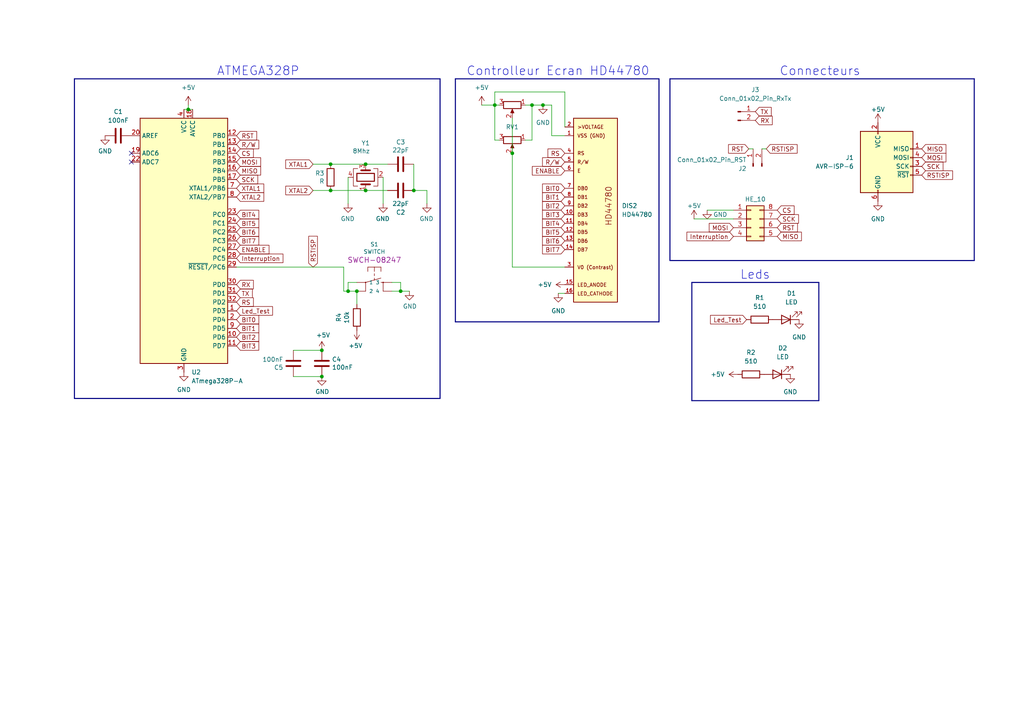
<source format=kicad_sch>
(kicad_sch (version 20230121) (generator eeschema)
  (paper "A4")
  (lib_symbols
    (symbol "+5V_1" (power) (pin_names (offset 0))
      (property "Value" "+5V_1" (at 0 3.556 0))
      (symbol "+5V_1_0_1"
        (polyline (pts (xy -0.762 1.27) (xy 0 2.54)))
        (polyline (pts (xy 0 0) (xy 0 2.54)))
        (polyline (pts (xy 0 2.54) (xy 0.762 1.27)))
      )
      (symbol "+5V_1_1_1"
        (pin power_in line (at 0 0 90) (length 0) hide (name "+5V") (number "1"))
      )
    )
    (symbol "Connector:AVR-ISP-6" (pin_names (offset 1.016))
      (property "Reference" "J" (at -6.35 11.43 0))
      (property "Value" "AVR-ISP-6" (at 0 11.43 0))
      (symbol "AVR-ISP-6_0_1"
        (rectangle (start -2.667 -6.858) (end -2.413 -7.62))
        (rectangle (start -2.667 10.16) (end -2.413 9.398))
        (rectangle (start 7.62 -2.413) (end 6.858 -2.667))
        (rectangle (start 7.62 0.127) (end 6.858 -0.127))
        (rectangle (start 7.62 2.667) (end 6.858 2.413))
        (rectangle (start 7.62 5.207) (end 6.858 4.953))
        (rectangle (start 7.62 10.16) (end -7.62 -7.62) (stroke (width 0.254)) (fill (type background)))
      )
      (symbol "AVR-ISP-6_1_1"
        (pin passive line (at 10.16 5.08 180) (length 2.54) (name "MISO") (number "1"))
        (pin passive line (at -2.54 12.7 270) (length 2.54) (name "VCC") (number "2"))
        (pin passive line (at 10.16 0 180) (length 2.54) (name "SCK") (number "3"))
        (pin passive line (at 10.16 2.54 180) (length 2.54) (name "MOSI") (number "4"))
        (pin passive line (at 10.16 -2.54 180) (length 2.54) (name "~{RST}") (number "5"))
        (pin passive line (at -2.54 -10.16 90) (length 2.54) (name "GND") (number "6"))
      )
    )
    (symbol "Connector:Conn_01x02_Pin" (pin_names (offset 1.016) hide)
      (property "Reference" "J" (at 0 2.54 0))
      (property "Value" "Conn_01x02_Pin" (at 0 -5.08 0))
      (symbol "Conn_01x02_Pin_1_1"
        (polyline (pts (xy 1.27 -2.54) (xy 0.8636 -2.54)) (stroke (width 0.1524)))
        (polyline (pts (xy 1.27 0) (xy 0.8636 0)) (stroke (width 0.1524)))
        (rectangle (start 0.8636 -2.413) (end 0 -2.667) (stroke (width 0.1524)) (fill (type outline)))
        (rectangle (start 0.8636 0.127) (end 0 -0.127) (stroke (width 0.1524)) (fill (type outline)))
        (pin passive line (at 5.08 0 180) (length 3.81) (name "Pin_1") (number "1"))
        (pin passive line (at 5.08 -2.54 180) (length 3.81) (name "Pin_2") (number "2"))
      )
    )
    (symbol "Connector_Generic:Conn_02x04_Counter_Clockwise" (pin_names (offset 1.016) hide)
      (property "Reference" "J" (at 1.27 5.08 0))
      (property "Value" "Conn_02x04_Counter_Clockwise" (at 1.27 -7.62 0))
      (symbol "Conn_02x04_Counter_Clockwise_1_1"
        (rectangle (start -1.27 -4.953) (end 0 -5.207) (stroke (width 0.1524)))
        (rectangle (start -1.27 -2.413) (end 0 -2.667) (stroke (width 0.1524)))
        (rectangle (start -1.27 0.127) (end 0 -0.127) (stroke (width 0.1524)))
        (rectangle (start -1.27 2.667) (end 0 2.413) (stroke (width 0.1524)))
        (rectangle (start -1.27 3.81) (end 3.81 -6.35) (stroke (width 0.254)) (fill (type background)))
        (rectangle (start 3.81 -4.953) (end 2.54 -5.207) (stroke (width 0.1524)))
        (rectangle (start 3.81 -2.413) (end 2.54 -2.667) (stroke (width 0.1524)))
        (rectangle (start 3.81 0.127) (end 2.54 -0.127) (stroke (width 0.1524)))
        (rectangle (start 3.81 2.667) (end 2.54 2.413) (stroke (width 0.1524)))
        (pin passive line (at -5.08 2.54 0) (length 3.81) (name "Pin_1") (number "1"))
        (pin passive line (at -5.08 0 0) (length 3.81) (name "Pin_2") (number "2"))
        (pin passive line (at -5.08 -2.54 0) (length 3.81) (name "Pin_3") (number "3"))
        (pin passive line (at -5.08 -5.08 0) (length 3.81) (name "Pin_4") (number "4"))
        (pin passive line (at 7.62 -5.08 180) (length 3.81) (name "Pin_5") (number "5"))
        (pin passive line (at 7.62 -2.54 180) (length 3.81) (name "Pin_6") (number "6"))
        (pin passive line (at 7.62 0 180) (length 3.81) (name "Pin_7") (number "7"))
        (pin passive line (at 7.62 2.54 180) (length 3.81) (name "Pin_8") (number "8"))
      )
    )
    (symbol "Device:C" (pin_numbers hide) (pin_names (offset 0.254))
      (property "Reference" "C" (at 0.635 2.54 0))
      (property "Value" "C" (at 0.635 -2.54 0))
      (symbol "C_0_1"
        (polyline (pts (xy -2.032 -0.762) (xy 2.032 -0.762)) (stroke (width 0.508)))
        (polyline (pts (xy -2.032 0.762) (xy 2.032 0.762)) (stroke (width 0.508)))
      )
      (symbol "C_1_1"
        (pin passive line (at 0 3.81 270) (length 2.794) (name "~") (number "1"))
        (pin passive line (at 0 -3.81 90) (length 2.794) (name "~") (number "2"))
      )
    )
    (symbol "Device:Crystal_GND24" (pin_names (offset 1.016) hide)
      (property "Reference" "Y" (at 3.175 5.08 0))
      (property "Value" "Crystal_GND24" (at 3.175 3.175 0))
      (symbol "Crystal_GND24_0_1"
        (rectangle (start -1.143 2.54) (end 1.143 -2.54) (stroke (width 0.3048)))
        (polyline (pts (xy -2.54 0) (xy -2.032 0)))
        (polyline (pts (xy -2.032 -1.27) (xy -2.032 1.27)) (stroke (width 0.508)))
        (polyline (pts (xy 0 -3.81) (xy 0 -3.556)))
        (polyline (pts (xy 0 3.556) (xy 0 3.81)))
        (polyline (pts (xy 2.032 -1.27) (xy 2.032 1.27)) (stroke (width 0.508)))
        (polyline (pts (xy 2.032 0) (xy 2.54 0)))
        (polyline (pts (xy -2.54 -2.286) (xy -2.54 -3.556) (xy 2.54 -3.556) (xy 2.54 -2.286)))
        (polyline (pts (xy -2.54 2.286) (xy -2.54 3.556) (xy 2.54 3.556) (xy 2.54 2.286)))
      )
      (symbol "Crystal_GND24_1_1"
        (pin passive line (at -3.81 0 0) (length 1.27) (name "1") (number "1"))
        (pin passive line (at 0 5.08 270) (length 1.27) (name "2") (number "2"))
        (pin passive line (at 3.81 0 180) (length 1.27) (name "3") (number "3"))
        (pin passive line (at 0 -5.08 90) (length 1.27) (name "4") (number "4"))
      )
    )
    (symbol "Device:LED" (pin_numbers hide) (pin_names (offset 1.016) hide)
      (property "Reference" "D" (at 0 2.54 0))
      (property "Value" "LED" (at 0 -2.54 0))
      (symbol "LED_0_1"
        (polyline (pts (xy -1.27 -1.27) (xy -1.27 1.27)) (stroke (width 0.254)))
        (polyline (pts (xy -1.27 0) (xy 1.27 0)))
        (polyline (pts (xy 1.27 -1.27) (xy 1.27 1.27) (xy -1.27 0) (xy 1.27 -1.27)) (stroke (width 0.254)))
        (polyline (pts (xy -3.048 -0.762) (xy -4.572 -2.286) (xy -3.81 -2.286) (xy -4.572 -2.286) (xy -4.572 -1.524)))
        (polyline (pts (xy -1.778 -0.762) (xy -3.302 -2.286) (xy -2.54 -2.286) (xy -3.302 -2.286) (xy -3.302 -1.524)))
      )
      (symbol "LED_1_1"
        (pin passive line (at -3.81 0 0) (length 2.54) (name "K") (number "1"))
        (pin passive line (at 3.81 0 180) (length 2.54) (name "A") (number "2"))
      )
    )
    (symbol "Device:R" (pin_numbers hide) (pin_names (offset 0))
      (property "Reference" "R" (at 2.032 0 90))
      (property "Value" "R" (at 0 0 90))
      (symbol "R_0_1"
        (rectangle (start -1.016 -2.54) (end 1.016 2.54) (stroke (width 0.254)))
      )
      (symbol "R_1_1"
        (pin passive line (at 0 3.81 270) (length 1.27) (name "~") (number "1"))
        (pin passive line (at 0 -3.81 90) (length 1.27) (name "~") (number "2"))
      )
    )
    (symbol "Device:R_Potentiometer" (pin_names (offset 1.016) hide)
      (property "Reference" "RV" (at -4.445 0 90))
      (property "Value" "R_Potentiometer" (at -2.54 0 90))
      (symbol "R_Potentiometer_0_1"
        (polyline (pts (xy 2.54 0) (xy 1.524 0)))
        (polyline (pts (xy 1.143 0) (xy 2.286 0.508) (xy 2.286 -0.508) (xy 1.143 0)) (fill (type outline)))
        (rectangle (start 1.016 2.54) (end -1.016 -2.54) (stroke (width 0.254)))
      )
      (symbol "R_Potentiometer_1_1"
        (pin passive line (at 0 3.81 270) (length 1.27) (name "1") (number "1"))
        (pin passive line (at 3.81 0 180) (length 1.27) (name "2") (number "2"))
        (pin passive line (at 0 -3.81 90) (length 1.27) (name "3") (number "3"))
      )
    )
    (symbol "GND_1" (power) (pin_names (offset 0))
      (property "Value" "GND_1" (at 0 -3.81 0))
      (symbol "GND_1_0_1"
        (polyline (pts (xy 0 0) (xy 0 -1.27) (xy 1.27 -1.27) (xy 0 -2.54) (xy -1.27 -1.27) (xy 0 -1.27)))
      )
      (symbol "GND_1_1_1"
        (pin power_in line (at 0 0 270) (length 0) hide (name "GND") (number "1"))
      )
    )
    (symbol "GND_2" (power) (pin_names (offset 0))
      (property "Value" "GND_2" (at 0 -3.81 0))
      (symbol "GND_2_0_1"
        (polyline (pts (xy 0 0) (xy 0 -1.27) (xy 1.27 -1.27) (xy 0 -2.54) (xy -1.27 -1.27) (xy 0 -1.27)))
      )
      (symbol "GND_2_1_1"
        (pin power_in line (at 0 0 270) (length 0) hide (name "GND") (number "1"))
      )
    )
    (symbol "GND_3" (power) (pin_names (offset 0))
      (property "Value" "GND_3" (at 0 -3.81 0))
      (symbol "GND_3_0_1"
        (polyline (pts (xy 0 0) (xy 0 -1.27) (xy 1.27 -1.27) (xy 0 -2.54) (xy -1.27 -1.27) (xy 0 -1.27)))
      )
      (symbol "GND_3_1_1"
        (pin power_in line (at 0 0 270) (length 0) hide (name "GND") (number "1"))
      )
    )
    (symbol "HD44780_1" (pin_names (offset 1.016))
      (property "Reference" "DIS2" (at 13.97 -25.4 0))
      (property "Value" "HD44780" (at 13.97 -27.94 0))
      (symbol "HD44780_1_0_0"
        (rectangle (start 0 0) (end 12.7 -53.34) (stroke (width 0.254)) (fill (type background)))
        (text ">VOLTAGE" (at 1.0178 -2.5445 0) (effects (font (size 1.0178 1.0178)) (justify left)))
        (text "DB0" (at 1.0173 -20.3461 0) (effects (font (size 1.0173 1.0173)) (justify left)))
        (text "DB1" (at 1.0168 -22.8787 0) (effects (font (size 1.0168 1.0168)) (justify left)))
        (text "DB2" (at 1.0162 -25.4047 0) (effects (font (size 1.0162 1.0162)) (justify left)))
        (text "DB3" (at 1.0178 -27.9901 0) (effects (font (size 1.0178 1.0178)) (justify left)))
        (text "DB4" (at 1.0178 -30.5329 0) (effects (font (size 1.0178 1.0178)) (justify left)))
        (text "DB5" (at 1.0161 -33.0219 0) (effects (font (size 1.0161 1.0161)) (justify left)))
        (text "DB6" (at 1.017 -35.5947 0) (effects (font (size 1.017 1.017)) (justify left)))
        (text "DB7" (at 1.0168 -38.1282 0) (effects (font (size 1.0168 1.0168)) (justify left)))
        (text "E" (at 1.018 -15.2701 0) (effects (font (size 1.018 1.018)) (justify left)))
        (text "HD44780" (at 10.1674 -25.4186 900) (effects (font (size 1.6776 1.6776))))
        (text "LED_ANODE" (at 1.0175 -48.3321 0) (effects (font (size 1.0175 1.0175)) (justify left)))
        (text "LED_CATHODE" (at 1.0176 -50.8817 0) (effects (font (size 1.0176 1.0176)) (justify left)))
        (text "R/W" (at 1.0169 -12.7107 0) (effects (font (size 1.0169 1.0169)) (justify left)))
        (text "RS" (at 1.0163 -10.1627 0) (effects (font (size 1.0163 1.0163)) (justify left)))
        (text "V0 (Contrast)" (at 1.0176 -43.2498 0) (effects (font (size 1.0176 1.0176)) (justify left)))
        (text "VSS (GND)" (at 1.0161 -5.0803 0) (effects (font (size 1.0161 1.0161)) (justify left)))
      )
      (symbol "HD44780_1_1_0"
        (pin bidirectional line (at -2.54 -5.08 0) (length 2.54) (name "~") (number "1"))
        (pin bidirectional line (at -2.54 -27.94 0) (length 2.54) (name "~") (number "10"))
        (pin bidirectional line (at -2.54 -30.48 0) (length 2.54) (name "~") (number "11"))
        (pin bidirectional line (at -2.54 -33.02 0) (length 2.54) (name "~") (number "12"))
        (pin bidirectional line (at -2.54 -35.56 0) (length 2.54) (name "~") (number "13"))
        (pin bidirectional line (at -2.54 -38.1 0) (length 2.54) (name "~") (number "14"))
        (pin bidirectional line (at -2.54 -48.26 0) (length 2.54) (name "~") (number "15"))
        (pin bidirectional line (at -2.54 -50.8 0) (length 2.54) (name "~") (number "16"))
        (pin bidirectional line (at -2.54 -2.54 0) (length 2.54) (name "~") (number "2"))
        (pin bidirectional line (at -2.54 -43.18 0) (length 2.54) (name "~") (number "3"))
        (pin bidirectional line (at -2.54 -10.16 0) (length 2.54) (name "~") (number "4"))
        (pin bidirectional line (at -2.54 -12.7 0) (length 2.54) (name "~") (number "5"))
        (pin bidirectional line (at -2.54 -15.24 0) (length 2.54) (name "~") (number "6"))
        (pin bidirectional line (at -2.54 -20.32 0) (length 2.54) (name "~") (number "7"))
        (pin bidirectional line (at -2.54 -22.86 0) (length 2.54) (name "~") (number "8"))
        (pin bidirectional line (at -2.54 -25.4 0) (length 2.54) (name "~") (number "9"))
      )
    )
    (symbol "MCU_Microchip_ATmega:ATmega328P-A"
      (property "Reference" "U" (at -12.7 36.83 0))
      (property "Value" "ATmega328P-A" (at 2.54 -36.83 0))
      (symbol "ATmega328P-A_0_1"
        (rectangle (start -12.7 -35.56) (end 12.7 35.56) (stroke (width 0.254)) (fill (type background)))
      )
      (symbol "ATmega328P-A_1_1"
        (pin bidirectional line (at 15.24 -20.32 180) (length 2.54) (name "PD3") (number "1"))
        (pin bidirectional line (at 15.24 -27.94 180) (length 2.54) (name "PD6") (number "10"))
        (pin bidirectional line (at 15.24 -30.48 180) (length 2.54) (name "PD7") (number "11"))
        (pin bidirectional line (at 15.24 30.48 180) (length 2.54) (name "PB0") (number "12"))
        (pin bidirectional line (at 15.24 27.94 180) (length 2.54) (name "PB1") (number "13"))
        (pin bidirectional line (at 15.24 25.4 180) (length 2.54) (name "PB2") (number "14"))
        (pin bidirectional line (at 15.24 22.86 180) (length 2.54) (name "PB3") (number "15"))
        (pin bidirectional line (at 15.24 20.32 180) (length 2.54) (name "PB4") (number "16"))
        (pin bidirectional line (at 15.24 17.78 180) (length 2.54) (name "PB5") (number "17"))
        (pin power_in line (at 2.54 38.1 270) (length 2.54) (name "AVCC") (number "18"))
        (pin input line (at -15.24 25.4 0) (length 2.54) (name "ADC6") (number "19"))
        (pin bidirectional line (at 15.24 -22.86 180) (length 2.54) (name "PD4") (number "2"))
        (pin passive line (at -15.24 30.48 0) (length 2.54) (name "AREF") (number "20"))
        (pin passive line (at 0 -38.1 90) (length 2.54) hide (name "GND") (number "21"))
        (pin input line (at -15.24 22.86 0) (length 2.54) (name "ADC7") (number "22"))
        (pin bidirectional line (at 15.24 7.62 180) (length 2.54) (name "PC0") (number "23"))
        (pin bidirectional line (at 15.24 5.08 180) (length 2.54) (name "PC1") (number "24"))
        (pin bidirectional line (at 15.24 2.54 180) (length 2.54) (name "PC2") (number "25"))
        (pin bidirectional line (at 15.24 0 180) (length 2.54) (name "PC3") (number "26"))
        (pin bidirectional line (at 15.24 -2.54 180) (length 2.54) (name "PC4") (number "27"))
        (pin bidirectional line (at 15.24 -5.08 180) (length 2.54) (name "PC5") (number "28"))
        (pin bidirectional line (at 15.24 -7.62 180) (length 2.54) (name "~{RESET}/PC6") (number "29"))
        (pin power_in line (at 0 -38.1 90) (length 2.54) (name "GND") (number "3"))
        (pin bidirectional line (at 15.24 -12.7 180) (length 2.54) (name "PD0") (number "30"))
        (pin bidirectional line (at 15.24 -15.24 180) (length 2.54) (name "PD1") (number "31"))
        (pin bidirectional line (at 15.24 -17.78 180) (length 2.54) (name "PD2") (number "32"))
        (pin power_in line (at 0 38.1 270) (length 2.54) (name "VCC") (number "4"))
        (pin passive line (at 0 -38.1 90) (length 2.54) hide (name "GND") (number "5"))
        (pin passive line (at 0 38.1 270) (length 2.54) hide (name "VCC") (number "6"))
        (pin bidirectional line (at 15.24 15.24 180) (length 2.54) (name "XTAL1/PB6") (number "7"))
        (pin bidirectional line (at 15.24 12.7 180) (length 2.54) (name "XTAL2/PB7") (number "8"))
        (pin bidirectional line (at 15.24 -25.4 180) (length 2.54) (name "PD5") (number "9"))
      )
    )
    (symbol "MOMENTARY-SWITCH-SPST-2-SMD-5.2MM_1" (pin_numbers hide) (pin_names (offset 1.016))
      (property "Reference" "S" (at -5.08 1.27 0))
      (property "Value" "SparkFun-Switches_MOMENTARY-SWITCH-SPST-2-SMD-5.2MM" (at -5.08 -5.08 0))
      (property "Field4" "SWCH-08247" (at 0 7.62 0))
      (symbol "MOMENTARY-SWITCH-SPST-2-SMD-5.2MM_1_1_0"
        (polyline (pts (xy -2.54 -2.54) (xy -2.54 0)))
        (polyline (pts (xy -2.54 0) (xy 1.905 1.27)))
        (polyline (pts (xy -1.905 4.445) (xy -1.905 3.175)))
        (polyline (pts (xy 0 1.27) (xy 0 0.635)))
        (polyline (pts (xy 0 2.54) (xy 0 1.905)))
        (polyline (pts (xy 0 4.445) (xy -1.905 4.445)))
        (polyline (pts (xy 0 4.445) (xy 0 3.175)))
        (polyline (pts (xy 1.905 0) (xy 2.54 0)))
        (polyline (pts (xy 1.905 4.445) (xy 0 4.445)))
        (polyline (pts (xy 1.905 4.445) (xy 1.905 3.175)))
        (polyline (pts (xy 2.54 -2.54) (xy 2.54 0)))
      )
      (symbol "MOMENTARY-SWITCH-SPST-2-SMD-5.2MM_1_1_1"
        (circle (center -2.54 0) (radius 0.127) (fill (type outline)))
        (circle (center 2.54 0) (radius 0.127) (fill (type outline)))
        (pin passive line (at -5.08 0 0) (length 2.54) (name "1") (number "1"))
        (pin passive line (at -5.08 -2.54 0) (length 2.54) (name "2") (number "2"))
        (pin passive line (at 5.08 0 180) (length 2.54) (name "3") (number "3"))
        (pin passive line (at 5.08 -2.54 180) (length 2.54) (name "4") (number "4"))
      )
    )
    (symbol "power:+5V" (power) (pin_names (offset 0))
      (property "Value" "+5V" (at 0 3.556 0))
      (symbol "+5V_0_1"
        (polyline (pts (xy -0.762 1.27) (xy 0 2.54)))
        (polyline (pts (xy 0 0) (xy 0 2.54)))
        (polyline (pts (xy 0 2.54) (xy 0.762 1.27)))
      )
      (symbol "+5V_1_1"
        (pin power_in line (at 0 0 90) (length 0) hide (name "+5V") (number "1"))
      )
    )
    (symbol "power:GND" (power) (pin_names (offset 0))
      (property "Value" "GND" (at 0 -3.81 0))
      (symbol "GND_0_1"
        (polyline (pts (xy 0 0) (xy 0 -1.27) (xy 1.27 -1.27) (xy 0 -2.54) (xy -1.27 -1.27) (xy 0 -1.27)))
      )
      (symbol "GND_1_1"
        (pin power_in line (at 0 0 270) (length 0) hide (name "GND") (number "1"))
      )
    )
  )
  (junction (at 95.885 47.625))
  (junction (at 157.48 30.48))
  (junction (at 106.045 55.245))
  (junction (at 120.015 55.245))
  (junction (at 103.505 84.455))
  (junction (at 154.305 30.48))
  (junction (at 95.885 55.245))
  (junction (at 54.61 31.75))
  (junction (at 143.51 30.48))
  (junction (at 93.345 101.6))
  (junction (at 116.205 84.455))
  (junction (at 100.965 84.455))
  (junction (at 148.59 44.45))
  (junction (at 106.045 47.625))
  (junction (at 93.345 109.22))
  (no_connect (at 38.1 46.99))
  (no_connect (at 38.1 44.45))
  (wire (pts (xy 143.51 30.48) (xy 144.78 30.48)))
  (wire (pts (xy 54.61 31.75) (xy 53.34 31.75)))
  (wire (pts (xy 163.83 77.47) (xy 148.59 77.47)))
  (wire (pts (xy 100.965 51.435) (xy 100.965 59.055)))
  (wire (pts (xy 160.02 39.37) (xy 160.02 30.48)))
  (wire (pts (xy 163.83 39.37) (xy 160.02 39.37)))
  (bus (pts (xy 191.135 93.345) (xy 132.08 93.345)))
  (wire (pts (xy 144.78 40.64) (xy 143.51 40.64)))
  (bus (pts (xy 127.635 115.57) (xy 21.59 115.57)))
  (wire (pts (xy 100.965 84.455) (xy 103.505 84.455)))
  (bus (pts (xy 132.08 93.345) (xy 132.08 22.86)))
  (bus (pts (xy 132.08 22.86) (xy 191.135 22.86)))
  (wire (pts (xy 113.665 81.915) (xy 116.205 81.915)))
  (wire (pts (xy 68.58 77.47) (xy 99.695 77.47)))
  (wire (pts (xy 123.825 55.245) (xy 120.015 55.245)))
  (wire (pts (xy 139.7 30.48) (xy 143.51 30.48)))
  (wire (pts (xy 161.925 85.09) (xy 163.83 85.09)))
  (wire (pts (xy 218.44 43.18) (xy 217.17 43.18)))
  (wire (pts (xy 103.505 88.265) (xy 103.505 84.455)))
  (wire (pts (xy 111.125 59.055) (xy 111.125 51.435)))
  (wire (pts (xy 112.395 47.625) (xy 106.045 47.625)))
  (bus (pts (xy 282.575 22.86) (xy 282.575 75.565)))
  (bus (pts (xy 191.135 22.86) (xy 191.135 93.345)))
  (wire (pts (xy 113.665 84.455) (xy 116.205 84.455)))
  (wire (pts (xy 90.805 47.625) (xy 95.885 47.625)))
  (wire (pts (xy 205.105 60.96) (xy 212.725 60.96)))
  (bus (pts (xy 237.49 81.915) (xy 237.49 116.205)))
  (wire (pts (xy 154.305 40.64) (xy 154.305 30.48)))
  (wire (pts (xy 123.825 59.055) (xy 123.825 55.245)))
  (wire (pts (xy 106.045 55.245) (xy 95.885 55.245)))
  (wire (pts (xy 163.83 26.67) (xy 163.83 36.83)))
  (wire (pts (xy 90.805 55.245) (xy 95.885 55.245)))
  (wire (pts (xy 222.25 43.18) (xy 220.98 43.18)))
  (wire (pts (xy 148.59 44.45) (xy 148.59 34.29)))
  (wire (pts (xy 160.02 30.48) (xy 157.48 30.48)))
  (bus (pts (xy 21.59 22.86) (xy 21.59 115.57)))
  (wire (pts (xy 99.695 84.455) (xy 100.965 84.455)))
  (wire (pts (xy 143.51 40.64) (xy 143.51 30.48)))
  (bus (pts (xy 127.635 22.86) (xy 127.635 115.57)))
  (wire (pts (xy 106.045 47.625) (xy 95.885 47.625)))
  (wire (pts (xy 152.4 40.64) (xy 154.305 40.64)))
  (wire (pts (xy 112.395 55.245) (xy 106.045 55.245)))
  (bus (pts (xy 200.66 81.915) (xy 237.49 81.915)))
  (bus (pts (xy 194.31 22.86) (xy 282.575 22.86)))
  (wire (pts (xy 148.59 77.47) (xy 148.59 44.45)))
  (bus (pts (xy 21.59 22.86) (xy 127.635 22.86)))
  (wire (pts (xy 143.51 26.67) (xy 163.83 26.67)))
  (wire (pts (xy 85.09 101.6) (xy 93.345 101.6)))
  (wire (pts (xy 116.205 84.455) (xy 118.745 84.455)))
  (wire (pts (xy 143.51 30.48) (xy 143.51 26.67)))
  (bus (pts (xy 194.31 22.86) (xy 194.31 75.565)))
  (wire (pts (xy 99.695 77.47) (xy 99.695 84.455)))
  (wire (pts (xy 152.4 30.48) (xy 154.305 30.48)))
  (wire (pts (xy 103.505 81.915) (xy 100.965 81.915)))
  (wire (pts (xy 100.965 81.915) (xy 100.965 84.455)))
  (bus (pts (xy 282.575 75.565) (xy 194.31 75.565)))
  (bus (pts (xy 200.66 116.205) (xy 237.49 116.205)))
  (wire (pts (xy 201.295 63.5) (xy 212.725 63.5)))
  (wire (pts (xy 120.015 55.245) (xy 120.015 47.625)))
  (wire (pts (xy 85.09 109.22) (xy 93.345 109.22)))
  (wire (pts (xy 54.61 30.48) (xy 54.61 31.75)))
  (wire (pts (xy 55.88 31.75) (xy 54.61 31.75)))
  (bus (pts (xy 200.66 116.205) (xy 200.66 81.915)))
  (wire (pts (xy 154.305 30.48) (xy 157.48 30.48)))
  (wire (pts (xy 116.205 81.915) (xy 116.205 84.455)))
  (text "ATMEGA328P" (at 62.865 22.225 0) (effects (font (size 2.54 2.54)) (justify left bottom)))
  (text "Controlleur Ecran HD44780" (at 135.255 22.225 0) (effects (font (size 2.54 2.54)) (justify left bottom)))
  (text "Connecteurs" (at 226.06 22.225 0) (effects (font (size 2.54 2.54)) (justify left bottom)))
  (text "Leds" (at 214.63 81.28 0) (effects (font (size 2.54 2.54)) (justify left bottom)))
  (global_label "RS" (shape input) (at 163.83 44.45 180) (property "Intersheetrefs" "${INTERSHEET_REFS}" (effects hide)))
  (global_label "SCK" (shape input) (at 225.425 63.5 0) (property "Intersheetrefs" "${INTERSHEET_REFS}" (effects hide)))
  (global_label "TX" (shape input) (at 219.075 32.385 0) (property "Intersheetrefs" "${INTERSHEET_REFS}" (effects hide)))
  (global_label "TX" (shape input) (at 68.58 85.09 0) (property "Intersheetrefs" "${INTERSHEET_REFS}" (effects hide)))
  (global_label "BIT3" (shape input) (at 163.83 62.23 180) (property "Intersheetrefs" "${INTERSHEET_REFS}" (effects hide)))
  (global_label "BIT2" (shape input) (at 163.83 59.69 180) (property "Intersheetrefs" "${INTERSHEET_REFS}" (effects hide)))
  (global_label "XTAL2" (shape input) (at 90.805 55.245 180) (property "Intersheetrefs" "${INTERSHEET_REFS}" (effects hide)))
  (global_label "BIT6" (shape input) (at 68.58 67.31 0) (property "Intersheetrefs" "${INTERSHEET_REFS}" (effects hide)))
  (global_label "MOSI" (shape input) (at 267.335 45.72 0) (property "Intersheetrefs" "${INTERSHEET_REFS}" (effects hide)))
  (global_label "R{slash}W" (shape input) (at 163.83 46.99 180) (property "Intersheetrefs" "${INTERSHEET_REFS}" (effects hide)))
  (global_label "ENABLE" (shape input) (at 68.58 72.39 0) (property "Intersheetrefs" "${INTERSHEET_REFS}" (effects hide)))
  (global_label "RSTISP" (shape input) (at 222.25 43.18 0) (property "Intersheetrefs" "${INTERSHEET_REFS}" (effects hide)))
  (global_label "SCK" (shape input) (at 267.335 48.26 0) (property "Intersheetrefs" "${INTERSHEET_REFS}" (effects hide)))
  (global_label "BIT6" (shape input) (at 163.83 69.85 180) (property "Intersheetrefs" "${INTERSHEET_REFS}" (effects hide)))
  (global_label "Interruption" (shape input) (at 68.58 74.93 0) (property "Intersheetrefs" "${INTERSHEET_REFS}" (effects hide)))
  (global_label "Led_Test" (shape input) (at 216.535 92.71 180) (property "Intersheetrefs" "${INTERSHEET_REFS}" (effects hide)))
  (global_label "BIT7" (shape input) (at 163.83 72.39 180) (property "Intersheetrefs" "${INTERSHEET_REFS}" (effects hide)))
  (global_label "BIT5" (shape input) (at 163.83 67.31 180) (property "Intersheetrefs" "${INTERSHEET_REFS}" (effects hide)))
  (global_label "RSTISP" (shape input) (at 267.335 50.8 0) (property "Intersheetrefs" "${INTERSHEET_REFS}" (effects hide)))
  (global_label "ENABLE" (shape input) (at 163.83 49.53 180) (property "Intersheetrefs" "${INTERSHEET_REFS}" (effects hide)))
  (global_label "Interruption" (shape input) (at 212.725 68.58 180) (property "Intersheetrefs" "${INTERSHEET_REFS}" (effects hide)))
  (global_label "SCK" (shape input) (at 68.58 52.07 0) (property "Intersheetrefs" "${INTERSHEET_REFS}" (effects hide)))
  (global_label "BIT4" (shape input) (at 163.83 64.77 180) (property "Intersheetrefs" "${INTERSHEET_REFS}" (effects hide)))
  (global_label "MOSI" (shape input) (at 212.725 66.04 180) (property "Intersheetrefs" "${INTERSHEET_REFS}" (effects hide)))
  (global_label "XTAL1" (shape input) (at 68.58 54.61 0) (property "Intersheetrefs" "${INTERSHEET_REFS}" (effects hide)))
  (global_label "MOSI" (shape input) (at 68.58 46.99 0) (property "Intersheetrefs" "${INTERSHEET_REFS}" (effects hide)))
  (global_label "BIT2" (shape input) (at 68.58 97.79 0) (property "Intersheetrefs" "${INTERSHEET_REFS}" (effects hide)))
  (global_label "RST" (shape input) (at 225.425 66.04 0) (property "Intersheetrefs" "${INTERSHEET_REFS}" (effects hide)))
  (global_label "CS" (shape input) (at 225.425 60.96 0) (property "Intersheetrefs" "${INTERSHEET_REFS}" (effects hide)))
  (global_label "BIT4" (shape input) (at 68.58 62.23 0) (property "Intersheetrefs" "${INTERSHEET_REFS}" (effects hide)))
  (global_label "XTAL2" (shape input) (at 68.58 57.15 0) (property "Intersheetrefs" "${INTERSHEET_REFS}" (effects hide)))
  (global_label "RX" (shape input) (at 219.075 34.925 0) (property "Intersheetrefs" "${INTERSHEET_REFS}" (effects hide)))
  (global_label "BIT1" (shape input) (at 163.83 57.15 180) (property "Intersheetrefs" "${INTERSHEET_REFS}" (effects hide)))
  (global_label "RS" (shape input) (at 68.58 87.63 0) (property "Intersheetrefs" "${INTERSHEET_REFS}" (effects hide)))
  (global_label "CS" (shape input) (at 68.58 44.45 0) (property "Intersheetrefs" "${INTERSHEET_REFS}" (effects hide)))
  (global_label "MISO" (shape input) (at 225.425 68.58 0) (property "Intersheetrefs" "${INTERSHEET_REFS}" (effects hide)))
  (global_label "RST" (shape input) (at 217.17 43.18 180) (property "Intersheetrefs" "${INTERSHEET_REFS}" (effects hide)))
  (global_label "Led_Test" (shape input) (at 68.58 90.17 0) (property "Intersheetrefs" "${INTERSHEET_REFS}" (effects hide)))
  (global_label "BIT1" (shape input) (at 68.58 95.25 0) (property "Intersheetrefs" "${INTERSHEET_REFS}" (effects hide)))
  (global_label "XTAL1" (shape input) (at 90.805 47.625 180) (property "Intersheetrefs" "${INTERSHEET_REFS}" (effects hide)))
  (global_label "BIT7" (shape input) (at 68.58 69.85 0) (property "Intersheetrefs" "${INTERSHEET_REFS}" (effects hide)))
  (global_label "BIT0" (shape input) (at 68.58 92.71 0) (property "Intersheetrefs" "${INTERSHEET_REFS}" (effects hide)))
  (global_label "RST" (shape input) (at 68.58 39.37 0) (property "Intersheetrefs" "${INTERSHEET_REFS}" (effects hide)))
  (global_label "R{slash}W" (shape input) (at 68.58 41.91 0) (property "Intersheetrefs" "${INTERSHEET_REFS}" (effects hide)))
  (global_label "BIT0" (shape input) (at 163.83 54.61 180) (property "Intersheetrefs" "${INTERSHEET_REFS}" (effects hide)))
  (global_label "MISO" (shape input) (at 68.58 49.53 0) (property "Intersheetrefs" "${INTERSHEET_REFS}" (effects hide)))
  (global_label "MISO" (shape input) (at 267.335 43.18 0) (property "Intersheetrefs" "${INTERSHEET_REFS}" (effects hide)))
  (global_label "RX" (shape input) (at 68.58 82.55 0) (property "Intersheetrefs" "${INTERSHEET_REFS}" (effects hide)))
  (global_label "RSTISP" (shape input) (at 90.805 77.47 90) (property "Intersheetrefs" "${INTERSHEET_REFS}" (effects hide)))
  (global_label "BIT5" (shape input) (at 68.58 64.77 0) (property "Intersheetrefs" "${INTERSHEET_REFS}" (effects hide)))
  (global_label "BIT3" (shape input) (at 68.58 100.33 0) (property "Intersheetrefs" "${INTERSHEET_REFS}" (effects hide)))
  (symbol (lib_name "+5V_1") (lib_id "power:+5V") (at 54.61 30.48 0) (unit 1)
    (property "Reference" "#PWR03" (effects hide))
    (property "Value" "+5V" (at 54.61 25.4 0))
  )
  (symbol (lib_id "Device:R") (at 220.345 92.71 90) (unit 1)
    (property "Reference" "R1" (at 220.345 86.36 90))
    (property "Value" "510" (at 220.345 88.9 90))
    (property "Footprint" "Resistor_SMD:R_0603_1608Metric_Pad0.98x0.95mm_HandSolder" (effects hide))
  )
  (symbol (lib_name "GND_1") (lib_id "power:GND") (at 53.34 107.95 0) (unit 1)
    (property "Reference" "#PWR04" (effects hide))
    (property "Value" "GND" (at 53.34 113.03 0))
  )
  (symbol (lib_name "GND_3") (lib_id "power:GND") (at 30.48 39.37 0) (unit 1)
    (property "Reference" "#PWR011" (effects hide))
    (property "Value" "GND" (at 30.48 43.815 0))
  )
  (symbol (lib_id "Device:R") (at 217.805 108.585 90) (unit 1)
    (property "Reference" "R2" (at 217.805 102.235 90))
    (property "Value" "510" (at 217.805 104.775 90))
    (property "Footprint" "Resistor_SMD:R_0603_1608Metric_Pad0.98x0.95mm_HandSolder" (effects hide))
  )
  (symbol (lib_id "power:+5V") (at 201.295 63.5 0) (unit 1)
    (property "Reference" "#PWR01" (effects hide))
    (property "Value" "+5V" (at 201.295 59.69 0))
  )
  (symbol (lib_id "power:GND") (at 123.825 59.055 0) (mirror y) (unit 1)
    (property "Reference" "#PWR017" (effects hide))
    (property "Value" "GND" (at 123.698 63.4492 0))
  )
  (symbol (lib_id "Device:C") (at 116.205 55.245 90) (mirror x) (unit 1)
    (property "Reference" "C2" (at 116.205 61.595 90))
    (property "Value" "22pF" (at 116.205 59.055 90))
    (property "Footprint" "Capacitor_SMD:C_0603_1608Metric_Pad1.08x0.95mm_HandSolder" (effects hide))
  )
  (symbol (lib_name "GND_2") (lib_id "power:GND") (at 254.635 58.42 0) (unit 1)
    (property "Reference" "#PWR010" (effects hide))
    (property "Value" "GND" (at 254.635 63.5 0))
  )
  (symbol (lib_id "power:+5V") (at 93.345 101.6 0) (unit 1)
    (property "Reference" "#PWR07" (effects hide))
    (property "Value" "+5V" (at 93.726 97.2058 0))
  )
  (symbol (lib_name "+5V_1") (lib_id "power:+5V") (at 163.83 82.55 90) (unit 1)
    (property "Reference" "#PWR013" (effects hide))
    (property "Value" "+5V" (at 160.02 82.55 90) (effects (justify left)))
  )
  (symbol (lib_id "Device:R") (at 103.505 92.075 180) (unit 1)
    (property "Reference" "R4" (at 98.2472 92.075 90))
    (property "Value" "10k" (at 100.5586 92.075 90))
    (property "Footprint" "Resistor_SMD:R_0603_1608Metric_Pad0.98x0.95mm_HandSolder" (effects hide))
  )
  (symbol (lib_id "Device:C") (at 85.09 105.41 180) (unit 1)
    (property "Reference" "C5" (at 82.169 106.5784 0) (effects (justify left)))
    (property "Value" "100nF" (at 82.169 104.267 0) (effects (justify left)))
    (property "Footprint" "Capacitor_SMD:C_0603_1608Metric_Pad1.08x0.95mm_HandSolder" (effects hide))
  )
  (symbol (lib_name "GND_2") (lib_id "power:GND") (at 161.925 85.09 0) (unit 1)
    (property "Reference" "#PWR012" (effects hide))
    (property "Value" "GND" (at 161.925 90.17 0))
  )
  (symbol (lib_id "MCU_Microchip_ATmega:ATmega328P-A") (at 53.34 69.85 0) (unit 1)
    (property "Reference" "U2" (at 55.5341 107.95 0) (effects (justify left)))
    (property "Value" "ATmega328P-A" (at 55.5341 110.49 0) (effects (justify left)))
    (property "Footprint" "Package_QFP:TQFP-32_7x7mm_P0.8mm" (effects hide))
    (property "Datasheet" "http://ww1.microchip.com/downloads/en/DeviceDoc/ATmega328_P%20AVR%20MCU%20with%20picoPower%20Technology%20Data%20Sheet%2040001984A.pdf" (effects hide))
  )
  (symbol (lib_id "Connector:Conn_01x02_Pin") (at 213.995 32.385 0) (unit 1)
    (property "Reference" "J3" (at 219.075 26.035 0))
    (property "Value" "Conn_01x02_Pin_RxTx" (at 219.075 28.575 0))
    (property "Footprint" "Connector_PinHeader_2.54mm:PinHeader_1x02_P2.54mm_Vertical" (effects hide))
  )
  (symbol (lib_id "Device:LED") (at 227.965 92.71 180) (unit 1)
    (property "Reference" "D1" (at 229.5525 85.09 0))
    (property "Value" "LED" (at 229.5525 87.63 0))
    (property "Footprint" "LED_SMD:LED_0603_1608Metric_Pad1.05x0.95mm_HandSolder" (effects hide))
  )
  (symbol (lib_id "power:GND") (at 205.105 60.96 0) (unit 1)
    (property "Reference" "#PWR02" (effects hide))
    (property "Value" "GND" (at 208.915 62.23 0))
  )
  (symbol (lib_id "power:GND") (at 118.745 84.455 0) (unit 1)
    (property "Reference" "#PWR020" (effects hide))
    (property "Value" "GND" (at 118.872 88.8492 0))
  )
  (symbol (lib_id "Device:R_Potentiometer") (at 148.59 30.48 270) (unit 1)
    (property "Reference" "RV2" (effects hide))
    (property "Value" "R_Potentiometer" (effects hide))
    (property "Footprint" "LibraryLCD:Potentiometre" (effects hide))
  )
  (symbol (lib_id "power:+5V") (at 254.635 35.56 0) (unit 1)
    (property "Reference" "#PWR09" (effects hide))
    (property "Value" "+5V" (at 254.635 31.75 0))
  )
  (symbol (lib_id "Connector:AVR-ISP-6") (at 257.175 48.26 0) (unit 1)
    (property "Reference" "J1" (at 247.65 45.72 0) (effects (justify right)))
    (property "Value" "AVR-ISP-6" (at 247.65 48.26 0) (effects (justify right)))
    (property "Footprint" "Connector_PinHeader_2.54mm:PinHeader_2x03_P2.54mm_Vertical" (effects hide))
    (property "Datasheet" " ~" (effects hide))
  )
  (symbol (lib_name "MOMENTARY-SWITCH-SPST-2-SMD-5.2MM_1") (lib_id "SparkFun-Switches:MOMENTARY-SWITCH-SPST-2-SMD-5.2MM") (at 108.585 81.915 0) (unit 1)
    (property "Reference" "S1" (at 108.585 70.866 0) (effects (font (size 1.143 1.143))))
    (property "Value" "SWITCH" (at 108.585 72.9996 0) (effects (font (size 1.143 1.143))))
    (property "Footprint" "Switches:TACTILE_SWITCH_SMD_5.2MM" (effects hide))
    (property "Field4" "SWCH-08247" (at 108.585 75.4126 0) (effects (font (size 1.524 1.524))))
  )
  (symbol (lib_name "GND_2") (lib_id "power:GND") (at 157.48 30.48 0) (unit 1)
    (property "Reference" "#PWR014" (effects hide))
    (property "Value" "GND" (at 157.48 35.56 0))
  )
  (symbol (lib_id "Device:C") (at 93.345 105.41 0) (unit 1)
    (property "Reference" "C4" (at 96.266 104.2416 0) (effects (justify left)))
    (property "Value" "100nF" (at 96.266 106.553 0) (effects (justify left)))
    (property "Footprint" "Capacitor_SMD:C_0603_1608Metric_Pad1.08x0.95mm_HandSolder" (effects hide))
  )
  (symbol (lib_id "power:GND") (at 100.965 59.055 0) (mirror y) (unit 1)
    (property "Reference" "#PWR019" (effects hide))
    (property "Value" "GND" (at 100.838 63.4492 0))
  )
  (symbol (lib_name "GND_1") (lib_id "power:GND") (at 231.775 92.71 0) (unit 1)
    (property "Reference" "#PWR05" (effects hide))
    (property "Value" "GND" (at 231.775 97.79 0))
  )
  (symbol (lib_name "GND_1") (lib_id "power:GND") (at 229.235 108.585 0) (unit 1)
    (property "Reference" "#PWR06" (effects hide))
    (property "Value" "GND" (at 229.235 113.665 0))
  )
  (symbol (lib_id "Device:C") (at 34.29 39.37 90) (unit 1)
    (property "Reference" "C1" (at 34.29 32.385 90))
    (property "Value" "100nF" (at 34.29 34.925 90))
    (property "Footprint" "Capacitor_Tantalum_SMD:CP_EIA-1608-08_AVX-J" (effects hide))
  )
  (symbol (lib_id "Connector_Generic:Conn_02x04_Counter_Clockwise") (at 217.805 63.5 0) (unit 1)
    (property "Reference" "HE_10" (at 219.075 57.785 0))
    (property "Value" "Conn_02x04_Counter_Clockwise" (effects hide))
    (property "Footprint" "Connector_PinHeader_2.54mm:PinHeader_2x04_P2.54mm_Vertical" (effects hide))
  )
  (symbol (lib_id "power:GND") (at 111.125 59.055 0) (mirror y) (unit 1)
    (property "Reference" "#PWR018" (effects hide))
    (property "Value" "GND" (at 110.998 63.4492 0))
  )
  (symbol (lib_name "+5V_1") (lib_id "power:+5V") (at 213.995 108.585 90) (unit 1)
    (property "Reference" "#PWR021" (effects hide))
    (property "Value" "+5V" (at 210.185 108.585 90) (effects (justify left)))
  )
  (symbol (lib_id "power:+5V") (at 103.505 95.885 180) (unit 1)
    (property "Reference" "#PWR016" (effects hide))
    (property "Value" "+5V" (at 103.124 100.2792 0))
  )
  (symbol (lib_id "Device:Crystal_GND24") (at 106.045 51.435 270) (mirror x) (unit 1)
    (property "Reference" "Y1" (at 107.315 41.5036 90) (effects (justify right)))
    (property "Value" "8Mhz" (at 107.315 43.815 90) (effects (justify right)))
    (property "Footprint" "Crystal:Crystal_SMD_SeikoEpson_FA238-4Pin_3.2x2.5mm_HandSoldering" (effects hide))
  )
  (symbol (lib_name "+5V_1") (lib_id "power:+5V") (at 139.7 30.48 0) (unit 1)
    (property "Reference" "#PWR015" (effects hide))
    (property "Value" "+5V" (at 139.7 25.4 0))
  )
  (symbol (lib_id "Device:LED") (at 225.425 108.585 180) (unit 1)
    (property "Reference" "D2" (at 227.0125 100.965 0))
    (property "Value" "LED" (at 227.0125 103.505 0))
    (property "Footprint" "LED_SMD:LED_0603_1608Metric_Pad1.05x0.95mm_HandSolder" (effects hide))
  )
  (symbol (lib_id "Device:C") (at 116.205 47.625 90) (mirror x) (unit 1)
    (property "Reference" "C3" (at 116.205 41.2242 90))
    (property "Value" "22pF" (at 116.205 43.5356 90))
    (property "Footprint" "Capacitor_SMD:C_0603_1608Metric_Pad1.08x0.95mm_HandSolder" (effects hide))
  )
  (symbol (lib_id "Device:R") (at 95.885 51.435 0) (mirror y) (unit 1)
    (property "Reference" "R3" (at 94.107 50.2666 0) (effects (justify left)))
    (property "Value" "R" (at 94.107 52.578 0) (effects (justify left)))
    (property "Footprint" "Resistor_SMD:R_0603_1608Metric_Pad0.98x0.95mm_HandSolder" (effects hide))
  )
  (symbol (lib_id "Connector:Conn_01x02_Pin") (at 218.44 48.26 90) (unit 1)
    (property "Reference" "J2" (at 216.535 48.895 90) (effects (justify left)))
    (property "Value" "Conn_01x02_Pin_RST" (at 216.535 46.355 90) (effects (justify left)))
    (property "Footprint" "Connector_PinHeader_2.54mm:PinHeader_1x02_P2.54mm_Vertical" (effects hide))
  )
  (symbol (lib_name "HD44780_1") (lib_id "HD44780:HD44780") (at 166.37 34.29 0) (unit 1)
    (property "Reference" "DIS2" (at 180.34 59.69 0) (effects (justify left)))
    (property "Value" "HD44780" (at 180.34 62.23 0) (effects (justify left)))
    (property "Footprint" "Connector_PinHeader_2.54mm:PinHeader_1x16_P2.54mm_Vertical" (effects hide))
  )
  (symbol (lib_id "power:GND") (at 93.345 109.22 0) (unit 1)
    (property "Reference" "#PWR08" (effects hide))
    (property "Value" "GND" (at 93.472 113.6142 0))
  )
  (symbol (lib_id "Device:R_Potentiometer") (at 148.59 40.64 270) (unit 1)
    (property "Reference" "RV1" (at 148.59 36.83 90))
    (property "Value" "R_Potentiometer" (effects hide))
    (property "Footprint" "Potentiometer_THT:Potentiometer_Bourns_3339P_Vertical" (effects hide))
  )
)
</source>
